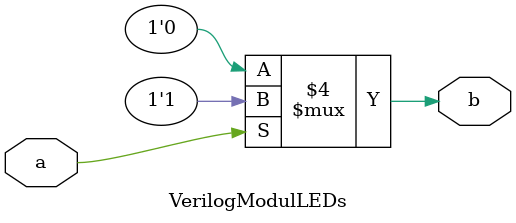
<source format=v>
`timescale 1ns / 1ps
module VerilogModulLEDs(a,b);

input a;
output reg b;

always @ (*) begin 

if (a==1)
b=1;
else 
b=0;
end





endmodule

</source>
